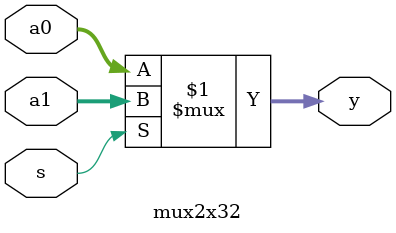
<source format=v>
module mux2x32(a0,a1,s,y);
   input [31:0] a0,a1;
   input 	s;
   output [31:0] y;
   assign y = s?a1:a0;
endmodule

</source>
